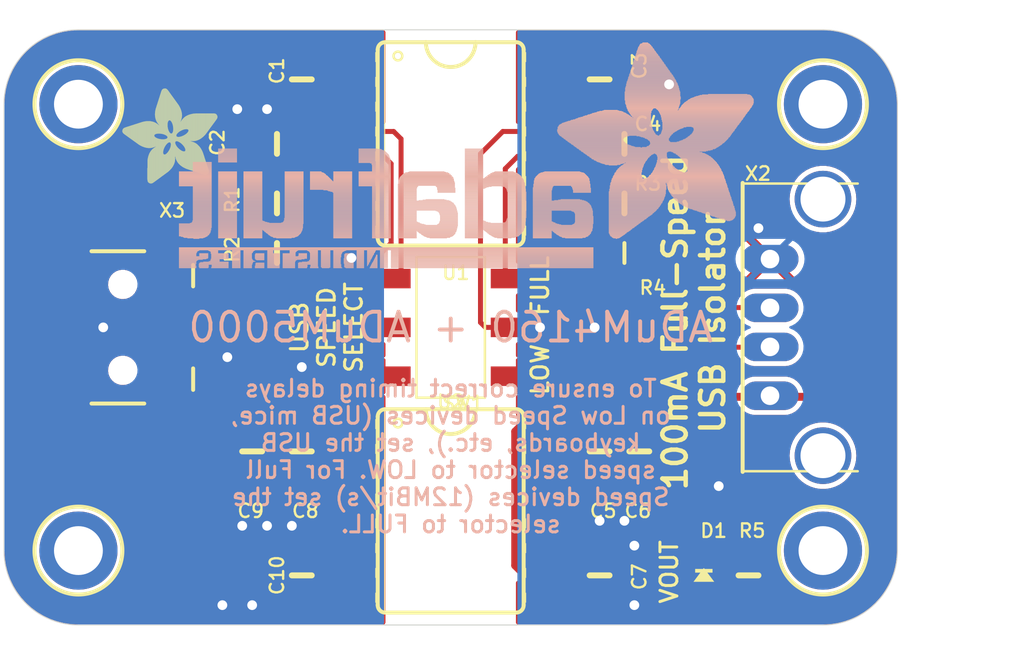
<source format=kicad_pcb>
(kicad_pcb (version 20221018) (generator pcbnew)
  (layers (0 "F.Cu" signal) (31 "B.Cu" signal) (34 "B.Paste" user) (35 "F.Paste" user) (36 "B.SilkS" user "B.Silkscreen") (37 "F.SilkS" user "F.Silkscreen") (38 "B.Mask" user) (39 "F.Mask" user) (44 "Edge.Cuts" user))
  (net 0 "")
  (net 1 "N$1")
  (net 2 "N$2")
  (net 3 "N$3")
  (net 4 "N$4")
  (net 5 "N$5")
  (net 6 "N$6")
  (net 7 "N$7")
  (net 8 "N$8")
  (net 9 "VDD1")
  (net 10 "GND")
  (net 11 "AGND")
  (net 12 "VDD2")
  (net 13 "VCC")
  (net 14 "AVCC")
  (net 15 "SPU")
  (net 16 "SPD")
  (net 17 "N$9")
  (footprint "working:SOIC16WIDE" (layer "F.Cu") (at 148.5011 114.4016 -90)
    (fp_text reference "U2" (at -5.588 0.762) (layer "F.SilkS") (effects (font (size 0.692831 0.692831) (thickness 0.119969)) (justify left)))
    (fp_text value "ADuM5000")
    (pad "1" smd rect (at -4.445 5.0292 270) (size 0.6604 2.032) (layers "F.Cu" "F.Paste" "F.Mask") (net 13 "VCC"))
    (pad "2" smd rect (at -3.175 5.0292 270) (size 0.6604 2.032) (layers "F.Cu" "F.Paste" "F.Mask") (net 10 "GND"))
    (pad "3" smd rect (at -1.905 5.0292 270) (size 0.6604 2.032) (layers "F.Cu" "F.Paste" "F.Mask"))
    (pad "4" smd rect (at -0.635 5.0292 270) (size 0.6604 2.032) (layers "F.Cu" "F.Paste" "F.Mask"))
    (pad "5" smd rect (at 0.635 5.0292 270) (size 0.6604 2.032) (layers "F.Cu" "F.Paste" "F.Mask"))
    (pad "6" smd rect (at 1.905 5.0292 270) (size 0.6604 2.032) (layers "F.Cu" "F.Paste" "F.Mask") (net 13 "VCC"))
    (pad "7" smd rect (at 3.175 5.0292 270) (size 0.6604 2.032) (layers "F.Cu" "F.Paste" "F.Mask") (net 13 "VCC"))
    (pad "8" smd rect (at 4.445 5.0292 270) (size 0.6604 2.032) (layers "F.Cu" "F.Paste" "F.Mask") (net 10 "GND"))
    (pad "9" smd rect (at 4.445 -5.0292 270) (size 0.6604 2.032) (layers "F.Cu" "F.Paste" "F.Mask") (net 11 "AGND"))
    (pad "10" smd rect (at 3.175 -5.0292 270) (size 0.6604 2.032) (layers "F.Cu" "F.Paste" "F.Mask") (net 14 "AVCC"))
    (pad "11" smd rect (at 1.905 -5.0292 270) (size 0.6604 2.032) (layers "F.Cu" "F.Paste" "F.Mask"))
    (pad "12" smd rect (at 0.635 -5.0292 270) (size 0.6604 2.032) (layers "F.Cu" "F.Paste" "F.Mask"))
    (pad "13" smd rect (at -0.635 -5.0292 270) (size 0.6604 2.032) (layers "F.Cu" "F.Paste" "F.Mask") (net 14 "AVCC"))
    (pad "14" smd rect (at -1.905 -5.0292 270) (size 0.6604 2.032) (layers "F.Cu" "F.Paste" "F.Mask"))
    (pad "15" smd rect (at -3.175 -5.0292 270) (size 0.6604 2.032) (layers "F.Cu" "F.Paste" "F.Mask") (net 11 "AGND"))
    (pad "16" smd rect (at -4.445 -5.0292 270) (size 0.6604 2.032) (layers "F.Cu" "F.Paste" "F.Mask") (net 14 "AVCC"))
  )
  (footprint "working:FIDUCIAL_1MM" (layer "F.Cu") (at 127.4191 96.8756)
    (fp_text reference "FID3" hide)
    (fp_text value "FIDUCIAL\"\"" hide)
    (pad "1" smd roundrect (at 0 0) (size 1 1) (layers "F.Cu" "F.Mask") (roundrect_rratio 0.5))
  )
  (footprint "working:0805-NO" (layer "F.Cu") (at 139.6111 98.6536)
    (fp_text reference "R1" (at -2.286 0.5715 90) (layer "F.SilkS") (effects (font (size 0.692831 0.692831) (thickness 0.119969)) (justify left)))
    (fp_text value "24")
    (pad "1" smd rect (at -0.95 0) (size 1.3 1.5) (layers "F.Cu" "F.Paste" "F.Mask") (net 4 "N$4"))
    (pad "2" smd rect (at 0.95 0) (size 1.3 1.5) (layers "F.Cu" "F.Paste" "F.Mask") (net 3 "N$3"))
  )
  (footprint "working:0805-NO" (layer "F.Cu") (at 157.3911 95.6056 180)
    (fp_text reference "C4" (at -0.4445 1.016) (layer "F.SilkS") (effects (font (size 0.692831 0.692831) (thickness 0.119969)) (justify left)))
    (fp_text value "0.1uF")
    (pad "1" smd rect (at -0.95 0 180) (size 1.3 1.5) (layers "F.Cu" "F.Paste" "F.Mask") (net 11 "AGND"))
    (pad "2" smd rect (at 0.95 0 180) (size 1.3 1.5) (layers "F.Cu" "F.Paste" "F.Mask") (net 12 "VDD2"))
  )
  (footprint "working:0805-NO" (layer "F.Cu") (at 156.1211 117.7036 90)
    (fp_text reference "C7" (at -0.8255 2.032 90) (layer "F.SilkS") (effects (font (size 0.692831 0.692831) (thickness 0.119969)) (justify left)))
    (fp_text value "0.1uF")
    (pad "1" smd rect (at -0.95 0 90) (size 1.3 1.5) (layers "F.Cu" "F.Paste" "F.Mask") (net 11 "AGND"))
    (pad "2" smd rect (at 0.95 0 90) (size 1.3 1.5) (layers "F.Cu" "F.Paste" "F.Mask") (net 14 "AVCC"))
  )
  (footprint "working:_0805MP" (layer "F.Cu") (at 157.3911 101.1936)
    (fp_text reference "R4" (at 0.6985 1.778) (layer "F.SilkS") (effects (font (size 0.692831 0.692831) (thickness 0.119969)) (justify left)))
    (fp_text value "24")
    (pad "1" smd rect (at -1.016 0) (size 1.2 1.3) (layers "F.Cu" "F.Paste" "F.Mask") (net 5 "N$5"))
    (pad "2" smd rect (at 1.016 0) (size 1.2 1.3) (layers "F.Cu" "F.Paste" "F.Mask") (net 6 "N$6"))
  )
  (footprint "working:FIDUCIAL_1MM" (layer "F.Cu") (at 163.2331 93.5736)
    (fp_text reference "FID2" hide)
    (fp_text value "FIDUCIAL\"\"" hide)
    (pad "1" smd roundrect (at 0 0) (size 1 1) (layers "F.Cu" "F.Mask") (roundrect_rratio 0.5))
  )
  (footprint "working:0805-NO" (layer "F.Cu") (at 139.6111 101.1936)
    (fp_text reference "R2" (at -2.286 0.5715 90) (layer "F.SilkS") (effects (font (size 0.692831 0.692831) (thickness 0.119969)) (justify left)))
    (fp_text value "24")
    (pad "1" smd rect (at -0.95 0) (size 1.3 1.5) (layers "F.Cu" "F.Paste" "F.Mask") (net 1 "N$1"))
    (pad "2" smd rect (at 0.95 0) (size 1.3 1.5) (layers "F.Cu" "F.Paste" "F.Mask") (net 2 "N$2"))
  )
  (footprint "working:USB-MINIB_LARGER" (layer "F.Cu") (at 130.7211 105.0036 -90)
    (fp_text reference "X3" (at -5.985 -2.786) (layer "F.SilkS") (effects (font (size 0.692831 0.692831) (thickness 0.119969)) (justify left)))
    (fp_text value "06564")
    (pad "" np_thru_hole circle (at -2.2 -1 270) (size 1 1) (drill 1) (layers "*.Cu" "*.Mask"))
    (pad "" np_thru_hole circle (at 2.2 -1 270) (size 1 1) (drill 1) (layers "*.Cu" "*.Mask"))
    (pad "D+" smd rect (at 0 -4.064 90) (size 0.5 2.308) (layers "F.Cu" "F.Paste" "F.Mask") (net 1 "N$1"))
    (pad "D-" smd rect (at -0.8 -4.064 90) (size 0.5 2.308) (layers "F.Cu" "F.Paste" "F.Mask") (net 4 "N$4"))
    (pad "GND" smd rect (at 1.6 -4.064 90) (size 0.5 2.308) (layers "F.Cu" "F.Paste" "F.Mask") (net 10 "GND"))
    (pad "GND1" smd rect (at -4.4 2 270) (size 2.54 3.81) (layers "F.Cu" "F.Paste" "F.Mask") (net 10 "GND"))
    (pad "GND2" smd rect (at -4.4 -3.5 270) (size 2 2.4) (layers "F.Cu" "F.Paste" "F.Mask") (net 10 "GND"))
    (pad "GND3" smd rect (at 4.4 -3.5 270) (size 2 2.4) (layers "F.Cu" "F.Paste" "F.Mask") (net 10 "GND"))
    (pad "GND4" smd rect (at 4.4 2 270) (size 2.54 3.81) (layers "F.Cu" "F.Paste" "F.Mask") (net 10 "GND"))
    (pad "ID" smd rect (at 0.8 -4.064 90) (size 0.5 2.308) (layers "F.Cu" "F.Paste" "F.Mask"))
    (pad "VBUS" smd rect (at -1.6 -4.064 90) (size 0.5 2.308) (layers "F.Cu" "F.Paste" "F.Mask") (net 13 "VCC"))
  )
  (footprint "working:0805-NO" (layer "F.Cu") (at 140.8811 111.3536 -90)
    (fp_text reference "C8" (at 3.048 0.5715) (layer "F.SilkS") (effects (font (size 0.692831 0.692831) (thickness 0.119969)) (justify left)))
    (fp_text value "0.1uF")
    (pad "1" smd rect (at -0.95 0 270) (size 1.3 1.5) (layers "F.Cu" "F.Paste" "F.Mask") (net 13 "VCC"))
    (pad "2" smd rect (at 0.95 0 270) (size 1.3 1.5) (layers "F.Cu" "F.Paste" "F.Mask") (net 10 "GND"))
  )
  (footprint "working:MOUNTINGHOLE_2.5_PLATED_THICK" (layer "F.Cu") (at 129.4511 93.5736)
    (fp_text reference "U$9" hide)
    (fp_text value "MOUNTINGHOLE2.5_THICK" hide)
    (pad "P$1" thru_hole circle (at 0 0) (size 4 4) (drill 2.5) (layers "*.Cu" "*.Mask"))
    (zone (net 0) (net_name "") (layer "F.Cu") (connect_pads (clearance 0)) (min_thickness 0.25)
      (keepout (tracks not_allowed) (vias not_allowed) (pads not_allowed) (copperpour not_allowed) (footprints allowed))
      (fill (thermal_gap 0.5) (thermal_bridge_width 0.5))
      (polygon (pts (xy 131.7171 93.5736) (xy 131.696882 93.271572) (xy 131.636587 92.974933) (xy 131.537293 92.688978) (xy 131.40077 92.418809) (xy 131.229455 92.169247) (xy 131.026406 91.944746) (xy 130.795245 91.749311) (xy 130.540098 91.586431) (xy 130.265518 91.459013) (xy 129.976404 91.369329) (xy 129.677917 91.31898) (xy 129.375382 91.308865) (xy 129.074198 91.339165) (xy 128.77974 91.409338) (xy 128.497262 91.518132) (xy 128.231805 91.663606) (xy 127.988107 91.843164) (xy 127.770516 92.053602) (xy 127.582915 92.291164) (xy 127.428652 92.551611) (xy 127.31048 92.830296) (xy 127.230507 93.122245) (xy 127.19016 93.422248) (xy 127.19016 93.724952) (xy 127.230507 94.024955) (xy 127.31048 94.316904) (xy 127.428652 94.595589) (xy 127.582915 94.856036) (xy 127.770516 95.093598) (xy 127.988107 95.304036) (xy 128.231805 95.483594) (xy 128.497262 95.629068) (xy 128.77974 95.737862) (xy 129.074198 95.808035) (xy 129.375382 95.838335) (xy 129.677917 95.82822) (xy 129.976404 95.777871) (xy 130.265518 95.688187) (xy 130.540098 95.560769) (xy 130.795245 95.397889) (xy 131.026406 95.202454) (xy 131.229455 94.977953) (xy 131.40077 94.728391) (xy 131.537293 94.458222) (xy 131.636587 94.172267) (xy 131.696882 93.875628)))
      (polygon (pts (xy 129.6851 93.5736) (xy 129.66487 93.478424) (xy 129.607677 93.399704) (xy 129.52341 93.351053) (xy 129.42664 93.340882) (xy 129.3341 93.37095) (xy 129.26179 93.436058) (xy 129.222213 93.524949) (xy 129.222213 93.622251) (xy 129.26179 93.711142) (xy 129.3341 93.77625) (xy 129.42664 93.806318) (xy 129.52341 93.796147) (xy 129.607677 93.747496) (xy 129.66487 93.668776)))
    )
    (zone (net 0) (net_name "") (layer "B.Cu") (connect_pads (clearance 0)) (min_thickness 0.25)
      (keepout (tracks not_allowed) (vias not_allowed) (pads not_allowed) (copperpour not_allowed) (footprints allowed))
      (fill (thermal_gap 0.5) (thermal_bridge_width 0.5))
      (polygon (pts (xy 131.7171 93.5736) (xy 131.696882 93.271572) (xy 131.636587 92.974933) (xy 131.537293 92.688978) (xy 131.40077 92.418809) (xy 131.229455 92.169247) (xy 131.026406 91.944746) (xy 130.795245 91.749311) (xy 130.540098 91.586431) (xy 130.265518 91.459013) (xy 129.976404 91.369329) (xy 129.677917 91.31898) (xy 129.375382 91.308865) (xy 129.074198 91.339165) (xy 128.77974 91.409338) (xy 128.497262 91.518132) (xy 128.231805 91.663606) (xy 127.988107 91.843164) (xy 127.770516 92.053602) (xy 127.582915 92.291164) (xy 127.428652 92.551611) (xy 127.31048 92.830296) (xy 127.230507 93.122245) (xy 127.19016 93.422248) (xy 127.19016 93.724952) (xy 127.230507 94.024955) (xy 127.31048 94.316904) (xy 127.428652 94.595589) (xy 127.582915 94.856036) (xy 127.770516 95.093598) (xy 127.988107 95.304036) (xy 128.231805 95.483594) (xy 128.497262 95.629068) (xy 128.77974 95.737862) (xy 129.074198 95.808035) (xy 129.375382 95.838335) (xy 129.677917 95.82822) (xy 129.976404 95.777871) (xy 130.265518 95.688187) (xy 130.540098 95.560769) (xy 130.795245 95.397889) (xy 131.026406 95.202454) (xy 131.229455 94.977953) (xy 131.40077 94.728391) (xy 131.537293 94.458222) (xy 131.636587 94.172267) (xy 131.696882 93.875628)))
      (polygon (pts (xy 129.6851 93.5736) (xy 129.66487 93.478424) (xy 129.607677 93.399704) (xy 129.52341 93.351053) (xy 129.42664 93.340882) (xy 129.3341 93.37095) (xy 129.26179 93.436058) (xy 129.222213 93.524949) (xy 129.222213 93.622251) (xy 129.26179 93.711142) (xy 129.3341 93.77625) (xy 129.42664 93.806318) (xy 129.52341 93.796147) (xy 129.607677 93.747496) (xy 129.66487 93.668776)))
    )
  )
  (footprint "working:0805-NO" (layer "F.Cu") (at 158.1531 111.3536 -90)
    (fp_text reference "C6" (at 3.048 0.8255) (layer "F.SilkS") (effects (font (size 0.692831 0.692831) (thickness 0.119969)) (justify left)))
    (fp_text value "10uF")
    (pad "1" smd rect (at -0.95 0 270) (size 1.3 1.5) (layers "F.Cu" "F.Paste" "F.Mask") (net 14 "AVCC"))
    (pad "2" smd rect (at 0.95 0 270) (size 1.3 1.5) (layers "F.Cu" "F.Paste" "F.Mask") (net 11 "AGND"))
  )
  (footprint "working:0805-NO" (layer "F.Cu") (at 163.7411 117.7036 -90)
    (fp_text reference "R5" (at -2.286 0.5715) (layer "F.SilkS") (effects (font (size 0.692831 0.692831) (thickness 0.119969)) (justify left)))
    (fp_text value "1K")
    (pad "1" smd rect (at -0.95 0 270) (size 1.3 1.5) (layers "F.Cu" "F.Paste" "F.Mask") (net 17 "N$9"))
    (pad "2" smd rect (at 0.95 0 270) (size 1.3 1.5) (layers "F.Cu" "F.Paste" "F.Mask") (net 11 "AGND"))
  )
  (footprint "working:CHIPLED_0805_NOOUTLINE" (layer "F.Cu") (at 161.4551 117.7036)
    (fp_text reference "D1" (at -0.254 -2.286) (layer "F.SilkS") (effects (font (size 0.692831 0.692831) (thickness 0.119969)) (justify left)))
    (fp_text value "GREEN")
    (pad "A" smd rect (at 0 1.05) (size 1.2 1.2) (layers "F.Cu" "F.Paste" "F.Mask") (net 14 "AVCC"))
    (pad "C" smd rect (at 0 -1.05) (size 1.2 1.2) (layers "F.Cu" "F.Paste" "F.Mask") (net 17 "N$9"))
  )
  (footprint "working:USB_HOST-PTH" (layer "F.Cu") (at 171.3611 105.0036 90)
    (fp_text reference "X2" (at 7.874 -7.874) (layer "F.SilkS") (effects (font (size 0.692831 0.692831) (thickness 0.119969)) (justify left)))
    (fp_text value "05241")
    (pad "D+" thru_hole oval (at 1 -6.52 180) (size 2.916 1.458) (drill 0.95) (layers "*.Cu" "*.Mask") (net 6 "N$6"))
    (pad "D-" thru_hole oval (at -1 -6.52 180) (size 2.916 1.458) (drill 0.95) (layers "*.Cu" "*.Mask") (net 7 "N$7"))
    (pad "GND" thru_hole oval (at 3.5 -6.52 180) (size 2.916 1.458) (drill 0.95) (layers "*.Cu" "*.Mask") (net 11 "AGND"))
    (pad "S1" thru_hole circle (at -6.57 -3.81 90) (size 2.9 2.9) (drill 2.3) (layers "*.Cu" "*.Mask"))
    (pad "S2" thru_hole circle (at 6.57 -3.81 270) (size 2.9 2.9) (drill 2.3) (layers "*.Cu" "*.Mask"))
    (pad "VBUS" thru_hole oval (at -3.5 -6.52 180) (size 2.916 1.458) (drill 0.95) (layers "*.Cu" "*.Mask") (net 14 "AVCC"))
  )
  (footprint "working:MOUNTINGHOLE_2.5_PLATED_THICK" (layer "F.Cu") (at 129.4511 116.4336)
    (fp_text reference "U$8" hide)
    (fp_text value "MOUNTINGHOLE2.5_THICK" hide)
    (pad "P$1" thru_hole circle (at 0 0) (size 4 4) (drill 2.5) (layers "*.Cu" "*.Mask"))
    (zone (net 0) (net_name "") (layer "F.Cu") (connect_pads (clearance 0)) (min_thickness 0.25)
      (keepout (tracks not_allowed) (vias not_allowed) (pads not_allowed) (copperpour not_allowed) (footprints allowed))
      (fill (thermal_gap 0.5) (thermal_bridge_width 0.5))
      (polygon (pts (xy 131.7171 116.4336) (xy 131.696882 116.131572) (xy 131.636587 115.834933) (xy 131.537293 115.548978) (xy 131.40077 115.278809) (xy 131.229455 115.029247) (xy 131.026406 114.804746) (xy 130.795245 114.609311) (xy 130.540098 114.446431) (xy 130.265518 114.319013) (xy 129.976404 114.229329) (xy 129.677917 114.17898) (xy 129.375382 114.168865) (xy 129.074198 114.199165) (xy 128.77974 114.269338) (xy 128.497262 114.378132) (xy 128.231805 114.523606) (xy 127.988107 114.703164) (xy 127.770516 114.913602) (xy 127.582915 115.151164) (xy 127.428652 115.411611) (xy 127.31048 115.690296) (xy 127.230507 115.982245) (xy 127.19016 116.282248) (xy 127.19016 116.584952) (xy 127.230507 116.884955) (xy 127.31048 117.176904) (xy 127.428652 117.455589) (xy 127.582915 117.716036) (xy 127.770516 117.953598) (xy 127.988107 118.164036) (xy 128.231805 118.343594) (xy 128.497262 118.489068) (xy 128.77974 118.597862) (xy 129.074198 118.668035) (xy 129.375382 118.698335) (xy 129.677917 118.68822) (xy 129.976404 118.637871) (xy 130.265518 118.548187) (xy 130.540098 118.420769) (xy 130.795245 118.257889) (xy 131.026406 118.062454) (xy 131.229455 117.837953) (xy 131.40077 117.588391) (xy 131.537293 117.318222) (xy 131.636587 117.032267) (xy 131.696882 116.735628)))
      (polygon (pts (xy 129.6851 116.4336) (xy 129.66487 116.338424) (xy 129.607677 116.259704) (xy 129.52341 116.211053) (xy 129.42664 116.200882) (xy 129.3341 116.23095) (xy 129.26179 116.296058) (xy 129.222213 116.384949) (xy 129.222213 116.482251) (xy 129.26179 116.571142) (xy 129.3341 116.63625) (xy 129.42664 116.666318) (xy 129.52341 116.656147) (xy 129.607677 116.607496) (xy 129.66487 116.528776)))
    )
    (zone (net 0) (net_name "") (layer "B.Cu") (connect_pads (clearance 0)) (min_thickness 0.25)
      (keepout (tracks not_allowed) (vias not_allowed) (pads not_allowed) (copperpour not_allowed) (footprints allowed))
      (fill (thermal_gap 0.5) (thermal_bridge_width 0.5))
      (polygon (pts (xy 131.7171 116.4336) (xy 131.696882 116.131572) (xy 131.636587 115.834933) (xy 131.537293 115.548978) (xy 131.40077 115.278809) (xy 131.229455 115.029247) (xy 131.026406 114.804746) (xy 130.795245 114.609311) (xy 130.540098 114.446431) (xy 130.265518 114.319013) (xy 129.976404 114.229329) (xy 129.677917 114.17898) (xy 129.375382 114.168865) (xy 129.074198 114.199165) (xy 128.77974 114.269338) (xy 128.497262 114.378132) (xy 128.231805 114.523606) (xy 127.988107 114.703164) (xy 127.770516 114.913602) (xy 127.582915 115.151164) (xy 127.428652 115.411611) (xy 127.31048 115.690296) (xy 127.230507 115.982245) (xy 127.19016 116.282248) (xy 127.19016 116.584952) (xy 127.230507 116.884955) (xy 127.31048 117.176904) (xy 127.428652 117.455589) (xy 127.582915 117.716036) (xy 127.770516 117.953598) (xy 127.988107 118.164036) (xy 128.231805 118.343594) (xy 128.497262 118.489068) (xy 128.77974 118.597862) (xy 129.074198 118.668035) (xy 129.375382 118.698335) (xy 129.677917 118.68822) (xy 129.976404 118.637871) (xy 130.265518 118.548187) (xy 130.540098 118.420769) (xy 130.795245 118.257889) (xy 131.026406 118.062454) (xy 131.229455 117.837953) (xy 131.40077 117.588391) (xy 131.537293 117.318222) (xy 131.636587 117.032267) (xy 131.696882 116.735628)))
      (polygon (pts (xy 129.6851 116.4336) (xy 129.66487 116.338424) (xy 129.607677 116.259704) (xy 129.52341 116.211053) (xy 129.42664 116.200882) (xy 129.3341 116.23095) (xy 129.26179 116.296058) (xy 129.222213 116.384949) (xy 129.222213 116.482251) (xy 129.26179 116.571142) (xy 129.3341 116.63625) (xy 129.42664 116.666318) (xy 129.52341 116.656147) (xy 129.607677 116.607496) (xy 129.66487 116.528776)))
    )
  )
  (footprint "working:0805-NO" (layer "F.Cu") (at 157.3911 98.6536)
    (fp_text reference "R3" (at 0.4445 -1.016) (layer "F.SilkS") (effects (font (size 0.692831 0.692831) (thickness 0.119969)) (justify left)))
    (fp_text value "24")
    (pad "1" smd rect (at -0.95 0) (size 1.3 1.5) (layers "F.Cu" "F.Paste" "F.Mask") (net 8 "N$8"))
    (pad "2" smd rect (at 0.95 0) (size 1.3 1.5) (layers "F.Cu" "F.Paste" "F.Mask") (net 7 "N$7"))
  )
  (footprint "working:0805-NO" (layer "F.Cu") (at 156.1211 111.3536 -90)
    (fp_text reference "C5" (at 3.048 0.5715) (layer "F.SilkS") (effects (font (size 0.692831 0.692831) (thickness 0.119969)) (justify left)))
    (fp_text value "0.1uF")
    (pad "1" smd rect (at -0.95 0 270) (size 1.3 1.5) (layers "F.Cu" "F.Paste" "F.Mask") (net 14 "AVCC"))
    (pad "2" smd rect (at 0.95 0 270) (size 1.3 1.5) (layers "F.Cu" "F.Paste" "F.Mask") (net 11 "AGND"))
  )
  (footprint "working:0805-NO" (layer "F.Cu") (at 156.1211 92.3036 90)
    (fp_text reference "C3" (at -0.0635 2.032 90) (layer "F.SilkS") (effects (font (size 0.692831 0.692831) (thickness 0.119969)) (justify left)))
    (fp_text value "0.1uF")
    (pad "1" smd rect (at -0.95 0 90) (size 1.3 1.5) (layers "F.Cu" "F.Paste" "F.Mask") (net 11 "AGND"))
    (pad "2" smd rect (at 0.95 0 90) (size 1.3 1.5) (layers "F.Cu" "F.Paste" "F.Mask") (net 14 "AVCC"))
  )
  (footprint "working:0805-NO" (layer "F.Cu") (at 139.6111 95.6056 180)
    (fp_text reference "C2" (at 3.048 0.8255 90) (layer "F.SilkS") (effects (font (size 0.692831 0.692831) (thickness 0.119969)) (justify right)))
    (fp_text value "0.1uF")
    (pad "1" smd rect (at -0.95 0 180) (size 1.3 1.5) (layers "F.Cu" "F.Paste" "F.Mask") (net 9 "VDD1"))
    (pad "2" smd rect (at 0.95 0 180) (size 1.3 1.5) (layers "F.Cu" "F.Paste" "F.Mask") (net 10 "GND"))
  )
  (footprint "working:ADAFRUIT_5MM" (layer "F.Cu") (at 136.5631 97.6376 90)
    (fp_text reference "U$14" hide)
    (fp_text value "" hide)
  )
  (footprint "working:0805-NO" (layer "F.Cu") (at 140.8811 92.3036 -90)
    (fp_text reference "C1" (at 0.3175 1.27 90) (layer "F.SilkS") (effects (font (size 0.692831 0.692831) (thickness 0.119969)) (justify left)))
    (fp_text value "0.1uF")
    (pad "1" smd rect (at -0.95 0 270) (size 1.3 1.5) (layers "F.Cu" "F.Paste" "F.Mask") (net 13 "VCC"))
    (pad "2" smd rect (at 0.95 0 270) (size 1.3 1.5) (layers "F.Cu" "F.Paste" "F.Mask") (net 10 "GND"))
  )
  (footprint "working:FIDUCIAL_1MM" (layer "F.Cu") (at 133.5151 115.4176)
    (fp_text reference "FID1" hide)
    (fp_text value "FIDUCIAL\"\"" hide)
    (pad "1" smd roundrect (at 0 0) (size 1 1) (layers "F.Cu" "F.Mask") (roundrect_rratio 0.5))
  )
  (footprint "working:SOIC16WIDE" (layer "F.Cu") (at 148.5011 95.6056 -90)
    (fp_text reference "U1" (at 6.604 0.508) (layer "F.SilkS") (effects (font (size 0.692831 0.692831) (thickness 0.119969)) (justify left)))
    (fp_text value "ADuM4160")
    (pad "1" smd rect (at -4.445 5.0292 270) (size 0.6604 2.032) (layers "F.Cu" "F.Paste" "F.Mask") (net 13 "VCC"))
    (pad "2" smd rect (at -3.175 5.0292 270) (size 0.6604 2.032) (layers "F.Cu" "F.Paste" "F.Mask") (net 10 "GND"))
    (pad "3" smd rect (at -1.905 5.0292 270) (size 0.6604 2.032) (layers "F.Cu" "F.Paste" "F.Mask") (net 9 "VDD1"))
    (pad "4" smd rect (at -0.635 5.0292 270) (size 0.6604 2.032) (layers "F.Cu" "F.Paste" "F.Mask") (net 9 "VDD1"))
    (pad "5" smd rect (at 0.635 5.0292 270) (size 0.6604 2.032) (layers "F.Cu" "F.Paste" "F.Mask") (net 15 "SPU"))
    (pad "6" smd rect (at 1.905 5.0292 270) (size 0.6604 2.032) (layers "F.Cu" "F.Paste" "F.Mask") (net 3 "N$3"))
    (pad "7" smd rect (at 3.175 5.0292 270) (size 0.6604 2.032) (layers "F.Cu" "F.Paste" "F.Mask") (net 2 "N$2"))
    (pad "8" smd rect (at 4.445 5.0292 270) (size 0.6604 2.032) (layers "F.Cu" "F.Paste" "F.Mask") (net 10 "GND"))
    (pad "9" smd rect (at 4.445 -5.0292 270) (size 0.6604 2.032) (layers "F.Cu" "F.Paste" "F.Mask") (net 11 "AGND"))
    (pad "10" smd rect (at 3.175 -5.0292 270) (size 0.6604 2.032) (layers "F.Cu" "F.Paste" "F.Mask") (net 5 "N$5"))
    (pad "11" smd rect (at 1.905 -5.0292 270) (size 0.6604 2.032) (layers "F.Cu" "F.Paste" "F.Mask") (net 8 "N$8"))
    (pad "12" smd rect (at 0.635 -5.0292 270) (size 0.6604 2.032) (layers "F.Cu" "F.Paste" "F.Mask") (net 12 "VDD2"))
    (pad "13" smd rect (at -0.635 -5.0292 270) (size 0.6604 2.032) (layers "F.Cu" "F.Paste" "F.Mask") (net 16 "SPD"))
    (pad "14" smd rect (at -1.905 -5.0292 270) (size 0.6604 2.032) (layers "F.Cu" "F.Paste" "F.Mask") (net 12 "VDD2"))
    (pad "15" smd rect (at -3.175 -5.0292 270) (size 0.6604 2.032) (layers "F.Cu" "F.Paste" "F.Mask") (net 11 "AGND"))
    (pad "16" smd rect (at -4.445 -5.0292 270) (size 0.6604 2.032) (layers "F.Cu" "F.Paste" "F.Mask") (net 14 "AVCC"))
  )
  (footprint "working:0805-NO" (layer "F.Cu") (at 138.3411 111.3536 -90)
    (fp_text reference "C9" (at 3.048 0.8255) (layer "F.SilkS") (effects (font (size 0.692831 0.692831) (thickness 0.119969)) (justify left)))
    (fp_text value "10uF")
    (pad "1" smd rect (at -0.95 0 270) (size 1.3 1.5) (layers "F.Cu" "F.Paste" "F.Mask") (net 13 "VCC"))
    (pad "2" smd rect (at 0.95 0 270) (size 1.3 1.5) (layers "F.Cu" "F.Paste" "F.Mask") (net 10 "GND"))
  )
  (footprint "working:EG1390" (layer "F.Cu") (at 148.5011 105.0036 90)
    (fp_text reference "SW1" (at -3.886 1.764) (layer "F.SilkS") (effects (font (size 0.692831 0.692831) (thickness 0.119969)) (justify right)))
    (fp_text value "")
    (pad "" np_thru_hole circle (at -1.5 0 90) (size 1 1) (drill 1) (layers "*.Cu" "*.Mask"))
    (pad "" np_thru_hole circle (at 1.5 0 90) (size 1 1) (drill 1) (layers "*.Cu" "*.Mask"))
    (pad "O1" smd rect (at -2.5 -2.8 90) (size 1 1.5) (layers "F.Cu" "F.Paste" "F.Mask") (net 10 "GND"))
    (pad "O2" smd rect (at -2.5 2.8 90) (size 1 1.5) (layers "F.Cu" "F.Paste" "F.Mask") (net 11 "AGND"))
    (pad "P1" smd rect (at 0 -2.8 90) (size 1 1.5) (layers "F.Cu" "F.Paste" "F.Mask") (net 15 "SPU"))
    (pad "P2" smd rect (at 0 2.8 90) (size 1 1.5) (layers "F.Cu" "F.Paste" "F.Mask") (net 16 "SPD"))
    (pad "S1" smd rect (at 2.5 -2.8 90) (size 1 1.5) (layers "F.Cu" "F.Paste" "F.Mask") (net 9 "VDD1"))
    (pad "S2" smd rect (at 2.5 2.8 90) (size 1 1.5) (layers "F.Cu" "F.Paste" "F.Mask") (net 12 "VDD2"))
  )
  (footprint "working:0805-NO" (layer "F.Cu") (at 140.8811 117.7036 90)
    (fp_text reference "C10" (at -1.0795 -1.27 90) (layer "F.SilkS") (effects (font (size 0.692831 0.692831) (thickness 0.119969)) (justify left)))
    (fp_text value "0.1uF")
    (pad "1" smd rect (at -0.95 0 90) (size 1.3 1.5) (layers "F.Cu" "F.Paste" "F.Mask") (net 10 "GND"))
    (pad "2" smd rect (at 0.95 0 90) (size 1.3 1.5) (layers "F.Cu" "F.Paste" "F.Mask") (net 13 "VCC"))
  )
  (footprint "working:MOUNTINGHOLE_2.5_PLATED_THICK" (layer "F.Cu") (at 167.5511 93.5736)
    (fp_text reference "U$7" hide)
    (fp_text value "MOUNTINGHOLE2.5_THICK" hide)
    (pad "P$1" thru_hole circle (at 0 0) (size 4 4) (drill 2.5) (layers "*.Cu" "*.Mask"))
    (zone (net 0) (net_name "") (layer "F.Cu") (connect_pads (clearance 0)) (min_thickness 0.25)
      (keepout (tracks not_allowed) (vias not_allowed) (pads not_allowed) (copperpour not_allowed) (footprints allowed))
      (fill (thermal_gap 0.5) (thermal_bridge_width 0.5))
      (polygon (pts (xy 169.8171 93.5736) (xy 169.796882 93.271572) (xy 169.736587 92.974933) (xy 169.637293 92.688978) (xy 169.50077 92.418809) (xy 169.329455 92.169247) (xy 169.126406 91.944746) (xy 168.895245 91.749311) (xy 168.640098 91.586431) (xy 168.365518 91.459013) (xy 168.076404 91.369329) (xy 167.777917 91.31898) (xy 167.475382 91.308865) (xy 167.174198 91.339165) (xy 166.87974 91.409338) (xy 166.597262 91.518132) (xy 166.331805 91.663606) (xy 166.088107 91.843164) (xy 165.870516 92.053602) (xy 165.682915 92.291164) (xy 165.528652 92.551611) (xy 165.41048 92.830296) (xy 165.330507 93.122245) (xy 165.29016 93.422248) (xy 165.29016 93.724952) (xy 165.330507 94.024955) (xy 165.41048 94.316904) (xy 165.528652 94.595589) (xy 165.682915 94.856036) (xy 165.870516 95.093598) (xy 166.088107 95.304036) (xy 166.331805 95.483594) (xy 166.597262 95.629068) (xy 166.87974 95.737862) (xy 167.174198 95.808035) (xy 167.475382 95.838335) (xy 167.777917 95.82822) (xy 168.076404 95.777871) (xy 168.365518 95.688187) (xy 168.640098 95.560769) (xy 168.895245 95.397889) (xy 169.126406 95.202454) (xy 169.329455 94.977953) (xy 169.50077 94.728391) (xy 169.637293 94.458222) (xy 169.736587 94.172267) (xy 169.796882 93.875628)))
      (polygon (pts (xy 167.7851 93.5736) (xy 167.76487 93.478424) (xy 167.707677 93.399704) (xy 167.62341 93.351053) (xy 167.52664 93.340882) (xy 167.4341 93.37095) (xy 167.36179 93.436058) (xy 167.322213 93.524949) (xy 167.322213 93.622251) (xy 167.36179 93.711142) (xy 167.4341 93.77625) (xy 167.52664 93.806318) (xy 167.62341 93.796147) (xy 167.707677 93.747496) (xy 167.76487 93.668776)))
    )
    (zone (net 0) (net_name "") (layer "B.Cu") (connect_pads (clearance 0)) (min_thickness 0.25)
      (keepout (tracks not_allowed) (vias not_allowed) (pads not_allowed) (copperpour not_allowed) (footprints allowed))
      (fill (thermal_gap 0.5) (thermal_bridge_width 0.5))
      (polygon (pts (xy 169.8171 93.5736) (xy 169.796882 93.271572) (xy 169.736587 92.974933) (xy 169.637293 92.688978) (xy 169.50077 92.418809) (xy 169.329455 92.169247) (xy 169.126406 91.944746) (xy 168.895245 91.749311) (xy 168.640098 91.586431) (xy 168.365518 91.459013) (xy 168.076404 91.369329) (xy 167.777917 91.31898) (xy 167.475382 91.308865) (xy 167.174198 91.339165) (xy 166.87974 91.409338) (xy 166.597262 91.518132) (xy 166.331805 91.663606) (xy 166.088107 91.843164) (xy 165.870516 92.053602) (xy 165.682915 92.291164) (xy 165.528652 92.551611) (xy 165.41048 92.830296) (xy 165.330507 93.122245) (xy 165.29016 93.422248) (xy 165.29016 93.724952) (xy 165.330507 94.024955) (xy 165.41048 94.316904) (xy 165.528652 94.595589) (xy 165.682915 94.856036) (xy 165.870516 95.093598) (xy 166.088107 95.304036) (xy 166.331805 95.483594) (xy 166.597262 95.629068) (xy 166.87974 95.737862) (xy 167.174198 95.808035) (xy 167.475382 95.838335) (xy 167.777917 95.82822) (xy 168.076404 95.777871) (xy 168.365518 95.688187) (xy 168.640098 95.560769) (xy 168.895245 95.397889) (xy 169.126406 95.202454) (xy 169.329455 94.977953) (xy 169.50077 94.728391) (xy 169.637293 94.458222) (xy 169.736587 94.172267) (xy 169.796882 93.875628)))
      (polygon (pts (xy 167.7851 93.5736) (xy 167.76487 93.478424) (xy 167.707677 93.399704) (xy 167.62341 93.351053) (xy 167.52664 93.340882) (xy 167.4341 93.37095) (xy 167.36179 93.436058) (xy 167.322213 93.524949) (xy 167.322213 93.622251) (xy 167.36179 93.711142) (xy 167.4341 93.77625) (xy 167.52664 93.806318) (xy 167.62341 93.796147) (xy 167.707677 93.747496) (xy 167.76487 93.668776)))
    )
  )
  (footprint "working:MOUNTINGHOLE_2.5_PLATED_THICK" (layer "F.Cu") (at 167.5511 116.4336)
    (fp_text reference "U$10" hide)
    (fp_text value "MOUNTINGHOLE2.5_THICK" hide)
    (pad "P$1" thru_hole circle (at 0 0) (size 4 4) (drill 2.5) (layers "*.Cu" "*.Mask"))
    (zone (net 0) (net_name "") (layer "F.Cu") (connect_pads (clearance 0)) (min_thickness 0.25)
      (keepout (tracks not_allowed) (vias not_allowed) (pads not_allowed) (copperpour not_allowed) (footprints allowed))
      (fill (thermal_gap 0.5) (thermal_bridge_width 0.5))
      (polygon (pts (xy 169.8171 116.4336) (xy 169.796882 116.131572) (xy 169.736587 115.834933) (xy 169.637293 115.548978) (xy 169.50077 115.278809) (xy 169.329455 115.029247) (xy 169.126406 114.804746) (xy 168.895245 114.609311) (xy 168.640098 114.446431) (xy 168.365518 114.319013) (xy 168.076404 114.229329) (xy 167.777917 114.17898) (xy 167.475382 114.168865) (xy 167.174198 114.199165) (xy 166.87974 114.269338) (xy 166.597262 114.378132) (xy 166.331805 114.523606) (xy 166.088107 114.703164) (xy 165.870516 114.913602) (xy 165.682915 115.151164) (xy 165.528652 115.411611) (xy 165.41048 115.690296) (xy 165.330507 115.982245) (xy 165.29016 116.282248) (xy 165.29016 116.584952) (xy 165.330507 116.884955) (xy 165.41048 117.176904) (xy 165.528652 117.455589) (xy 165.682915 117.716036) (xy 165.870516 117.953598) (xy 166.088107 118.164036) (xy 166.331805 118.343594) (xy 166.597262 118.489068) (xy 166.87974 118.597862) (xy 167.174198 118.668035) (xy 167.475382 118.698335) (xy 167.777917 118.68822) (xy 168.076404 118.637871) (xy 168.365518 118.548187) (xy 168.640098 118.420769) (xy 168.895245 118.257889) (xy 169.126406 118.062454) (xy 169.329455 117.837953) (xy 169.50077 117.588391) (xy 169.637293 117.318222) (xy 169.736587 117.032267) (xy 169.796882 116.735628)))
      (polygon (pts (xy 167.7851 116.4336) (xy 167.76487 116.338424) (xy 167.707677 116.259704) (xy 167.62341 116.211053) (xy 167.52664 116.200882) (xy 167.4341 116.23095) (xy 167.36179 116.296058) (xy 167.322213 116.384949) (xy 167.322213 116.482251) (xy 167.36179 116.571142) (xy 167.4341 116.63625) (xy 167.52664 116.666318) (xy 167.62341 116.656147) (xy 167.707677 116.607496) (xy 167.76487 116.528776)))
    )
    (zone (net 0) (net_name "") (layer "B.Cu") (connect_pads (clearance 0)) (min_thickness 0.25)
      (keepout (tracks not_allowed) (vias not_allowed) (pads not_allowed) (copperpour not_allowed) (footprints allowed))
      (fill (thermal_gap 0.5) (thermal_bridge_width 0.5))
      (polygon (pts (xy 169.8171 116.4336) (xy 169.796882 116.131572) (xy 169.736587 115.834933) (xy 169.637293 115.548978) (xy 169.50077 115.278809) (xy 169.329455 115.029247) (xy 169.126406 114.804746) (xy 168.895245 114.609311) (xy 168.640098 114.446431) (xy 168.365518 114.319013) (xy 168.076404 114.229329) (xy 167.777917 114.17898) (xy 167.475382 114.168865) (xy 167.174198 114.199165) (xy 166.87974 114.269338) (xy 166.597262 114.378132) (xy 166.331805 114.523606) (xy 166.088107 114.703164) (xy 165.870516 114.913602) (xy 165.682915 115.151164) (xy 165.528652 115.411611) (xy 165.41048 115.690296) (xy 165.330507 115.982245) (xy 165.29016 116.282248) (xy 165.29016 116.584952) (xy 165.330507 116.884955) (xy 165.41048 117.176904) (xy 165.528652 117.455589) (xy 165.682915 117.716036) (xy 165.870516 117.953598) (xy 166.088107 118.164036) (xy 166.331805 118.343594) (xy 166.597262 118.489068) (xy 166.87974 118.597862) (xy 167.174198 118.668035) (xy 167.475382 118.698335) (xy 167.777917 118.68822) (xy 168.076404 118.637871) (xy 168.365518 118.548187) (xy 168.640098 118.420769) (xy 168.895245 118.257889) (xy 169.126406 118.062454) (xy 169.329455 117.837953) (xy 169.50077 117.588391) (xy 169.637293 117.318222) (xy 169.736587 117.032267) (xy 169.796882 116.735628)))
      (polygon (pts (xy 167.7851 116.4336) (xy 167.76487 116.338424) (xy 167.707677 116.259704) (xy 167.62341 116.211053) (xy 167.52664 116.200882) (xy 167.4341 116.23095) (xy 167.36179 116.296058) (xy 167.322213 116.384949) (xy 167.322213 116.482251) (xy 167.36179 116.571142) (xy 167.4341 116.63625) (xy 167.52664 116.666318) (xy 167.62341 116.656147) (xy 167.707677 116.607496) (xy 167.76487 116.528776)))
    )
  )
  (footprint "working:ADAFRUIT_TEXT_30MM" (layer "B.Cu") (at 164.2491 101.9556 180)
    (fp_text reference "U$16" hide)
    (fp_text value "" hide)
  )
  (gr_line (start 125.6411 93.5736) (end 125.6411 116.4336) (stroke (width 0.05)) (layer "Edge.Cuts"))
  (gr_arc (start 167.5511 89.7636) (mid 170.245177 90.879523) (end 171.3611 93.5736) (stroke (width 0.05)) (layer "Edge.Cuts"))
  (gr_arc (start 125.6411 93.5736) (mid 126.757023 90.879523) (end 129.4511 89.7636) (stroke (width 0.05)) (layer "Edge.Cuts"))
  (gr_line (start 167.5511 89.7636) (end 129.4511 89.7636) (stroke (width 0.05)) (layer "Edge.Cuts"))
  (gr_arc (start 129.4511 120.2436) (mid 126.757023 119.127677) (end 125.6411 116.4336) (stroke (width 0.05)) (layer "Edge.Cuts"))
  (gr_line (start 129.4511 120.2436) (end 167.5511 120.2436) (stroke (width 0.05)) (layer "Edge.Cuts"))
  (gr_line (start 171.3611 116.4336) (end 171.3611 93.5736) (stroke (width 0.05)) (layer "Edge.Cuts"))
  (gr_arc (start 171.3611 116.4336) (mid 170.245177 119.127677) (end 167.5511 120.2436) (stroke (width 0.05)) (layer "Edge.Cuts"))
  (gr_text "To ensure correct timing delays\non Low Speed devices (USB mice,\nkeyboards, etc.), set the USB\nspeed selector to LOW. For Full\nSpeed devices (12MBit/s) set the\nselector to FULL." (at 148.5011 111.6076) (layer "B.SilkS") (effects (font (size 0.8636 0.8636) (thickness 0.1524)) (justify mirror)))
  (gr_text "ADuM4160 + ADuM5000" (at 148.5011 105.0036) (layer "B.SilkS") (effects (font (size 1.475232 1.475232) (thickness 0.201168)) (justify mirror)))
  (gr_text "FULL" (at 153.5811 104.4956 90) (layer "F.SilkS") (effects (font (size 0.8636 0.8636) (thickness 0.1524)) (justify left bottom)))
  (gr_text "LOW" (at 153.5811 108.5596 90) (layer "F.SilkS") (effects (font (size 0.8636 0.8636) (thickness 0.1524)) (justify left bottom)))
  (gr_text "USB\nSPEED\nSELECT" (at 142.1511 105.0036 90) (layer "F.SilkS") (effects (font (size 0.8636 0.8636) (thickness 0.1524))))
  (gr_text "VOUT" (at 160.1851 119.2276 90) (layer "F.SilkS") (effects (font (size 0.8636 0.8636) (thickness 0.1524)) (justify left bottom)))
  (gr_text "100mA Full-Speed\nUSB Isolator" (at 160.9471 104.7496 90) (layer "F.SilkS") (effects (font (size 1.194816 1.194816) (thickness 0.227584))))
  (segment (start 137.0711 101.4476) (end 137.3251 101.1936) (width 0.254) (layer "F.Cu") (net 1))
  (segment (start 137.0711 104.7496) (end 137.0711 101.4476) (width 0.254) (layer "F.Cu") (net 1))
  (segment (start 134.7851 105.0036) (end 136.8171 105.0036) (width 0.254) (layer "F.Cu") (net 1))
  (segment (start 136.8171 105.0036) (end 137.0711 104.7496) (width 0.254) (layer "F.Cu") (net 1))
  (segment (start 137.3251 101.1936) (end 138.6611 101.1936) (width 0.254) (layer "F.Cu") (net 1))
  (segment (start 142.0241 98.7806) (end 141.6431 99.1616) (width 0.4064) (layer "F.Cu") (net 2))
  (segment (start 141.6431 99.1616) (end 141.6431 100.1776) (width 0.4064) (layer "F.Cu") (net 2))
  (segment (start 143.4719 98.7806) (end 142.0241 98.7806) (width 0.4064) (layer "F.Cu") (net 2))
  (segment (start 141.6431 100.1776) (end 140.5611 101.1936) (width 0.4064) (layer "F.Cu") (net 2))
  (segment (start 143.4719 97.5106) (end 141.7701 97.5106) (width 0.4064) (layer "F.Cu") (net 3))
  (segment (start 141.7701 97.5106) (end 140.5611 98.6536) (width 0.4064) (layer "F.Cu") (net 3))
  (segment (start 137.0711 98.6536) (end 138.6611 98.6536) (width 0.254) (layer "F.Cu") (net 4))
  (segment (start 136.3471 104.2036) (end 136.5631 103.9876) (width 0.254) (layer "F.Cu") (net 4))
  (segment (start 134.7851 104.2036) (end 136.3471 104.2036) (width 0.254) (layer "F.Cu") (net 4))
  (segment (start 136.5631 99.1616) (end 137.0711 98.6536) (width 0.254) (layer "F.Cu") (net 4))
  (segment (start 136.5631 103.9876) (end 136.5631 99.1616) (width 0.254) (layer "F.Cu") (net 4))
  (segment (start 153.5303 98.7806) (end 154.7241 98.7806) (width 0.4064) (layer "F.Cu") (net 5))
  (segment (start 155.1051 99.9236) (end 156.3751 101.1936) (width 0.4064) (layer "F.Cu") (net 5))
  (segment (start 155.1051 99.1616) (end 155.1051 99.9236) (width 0.4064) (layer "F.Cu") (net 5))
  (segment (start 154.7241 98.7806) (end 155.1051 99.1616) (width 0.4064) (layer "F.Cu") (net 5))
  (segment (start 158.4071 103.7336) (end 158.6611 103.9876) (width 0.254) (layer "F.Cu") (net 6))
  (segment (start 164.8251 103.9876) (end 164.8411 104.0036) (width 0.254) (layer "F.Cu") (net 6))
  (segment (start 158.4071 101.1936) (end 158.4071 103.7336) (width 0.254) (layer "F.Cu") (net 6))
  (segment (start 158.6611 103.9876) (end 164.8251 103.9876) (width 0.254) (layer "F.Cu") (net 6))
  (segment (start 157.3911 99.6696) (end 157.3911 105.5116) (width 0.254) (layer "F.Cu") (net 7))
  (segment (start 164.8251 106.0196) (end 164.8411 106.0036) (width 0.254) (layer "F.Cu") (net 7))
  (segment (start 157.8991 106.0196) (end 164.8251 106.0196) (width 0.254) (layer "F.Cu") (net 7))
  (segment (start 157.3911 105.5116) (end 157.8991 106.0196) (width 0.254) (layer "F.Cu") (net 7))
  (segment (start 157.6451 99.4156) (end 157.3911 99.6696) (width 0.254) (layer "F.Cu") (net 7))
  (segment (start 158.3411 98.6536) (end 157.6451 99.4156) (width 0.254) (layer "F.Cu") (net 7))
  (segment (start 155.2321 97.5106) (end 156.4411 98.6536) (width 0.4064) (layer "F.Cu") (net 8))
  (segment (start 153.5303 97.5106) (end 155.2321 97.5106) (width 0.4064) (layer "F.Cu") (net 8))
  (segment (start 141.8971 94.8436) (end 141.8971 95.3516) (width 0.4064) (layer "F.Cu") (net 9))
  (segment (start 143.4719 93.7006) (end 142.5321 93.7006) (width 0.4064) (layer "F.Cu") (net 9))
  (segment (start 145.9611 102.2436) (end 145.7011 102.5036) (width 0.254) (layer "F.Cu") (net 9))
  (segment (start 143.4719 94.9706) (end 142.0241 94.9706) (width 0.4064) (layer "F.Cu") (net 9))
  (segment (start 142.0241 94.9706) (end 141.8971 94.8436) (width 0.4064) (layer "F.Cu") (net 9))
  (segment (start 141.8971 95.3516) (end 141.6431 95.6056) (width 0.4064) (layer "F.Cu") (net 9))
  (segment (start 145.9611 95.3516) (end 145.9611 102.2436) (width 0.254) (layer "F.Cu") (net 9))
  (segment (start 143.4719 94.9706) (end 145.5801 94.9706) (width 0.254) (layer "F.Cu") (net 9))
  (segment (start 145.5801 94.9706) (end 145.9611 95.3516) (width 0.254) (layer "F.Cu") (net 9))
  (segment (start 141.6431 95.6056) (end 140.5611 95.6056) (width 0.4064) (layer "F.Cu") (net 9))
  (segment (start 141.8971 94.3356) (end 141.8971 94.8436) (width 0.4064) (layer "F.Cu") (net 9))
  (segment (start 142.5321 93.7006) (end 141.8971 94.3356) (width 0.4064) (layer "F.Cu") (net 9))
  (segment (start 143.4719 100.0506) (end 142.7861 100.0506) (width 0.4064) (layer "F.Cu") (net 10))
  (via (at 139.1031 93.8276) (size 0.9064) (drill 0.5) (layers "F.Cu" "B.Cu") (net 10))
  (via (at 136.8171 119.2276) (size 0.9064) (drill 0.5) (layers "F.Cu" "B.Cu") (net 10))
  (via (at 140.8811 107.0356) (size 0.9064) (drill 0.5) (layers "F.Cu" "B.Cu") (net 10))
  (via (at 139.1031 115.1636) (size 0.9064) (drill 0.5) (layers "F.Cu" "B.Cu") (net 10))
  (via (at 137.8331 115.1636) (size 0.9064) (drill 0.5) (layers "F.Cu" "B.Cu") (net 10))
  (via (at 143.4211 101.4476) (size 0.9064) (drill 0.5) (layers "F.Cu" "B.Cu") (net 10))
  (via (at 140.3731 115.1636) (size 0.9064) (drill 0.5) (layers "F.Cu" "B.Cu") (net 10))
  (via (at 138.3411 119.2276) (size 0.9064) (drill 0.5) (layers "F.Cu" "B.Cu") (net 10))
  (via (at 137.5791 93.8276) (size 0.9064) (drill 0.5) (layers "F.Cu" "B.Cu") (net 10))
  (via (at 137.0711 106.5276) (size 0.9064) (drill 0.5) (layers "F.Cu" "B.Cu") (net 10))
  (via (at 130.7211 105.0036) (size 0.9064) (drill 0.5) (layers "F.Cu" "B.Cu") (net 10))
  (segment (start 155.8011 112.3036) (end 156.1211 112.3036) (width 0.4064) (layer "F.Cu") (net 11))
  (segment (start 154.7241 111.2266) (end 155.8011 112.3036) (width 0.4064) (layer "F.Cu") (net 11))
  (segment (start 153.5303 111.2266) (end 154.7241 111.2266) (width 0.4064) (layer "F.Cu") (net 11))
  (via (at 157.3911 114.9096) (size 0.9064) (drill 0.5) (layers "F.Cu" "B.Cu") (net 11))
  (via (at 157.8991 119.2276) (size 0.9064) (drill 0.5) (layers "F.Cu" "B.Cu") (net 11))
  (via (at 155.8671 105.0036) (size 0.9064) (drill 0.5) (layers "F.Cu" "B.Cu") (net 11))
  (via (at 164.2491 99.9236) (size 0.9064) (drill 0.5) (layers "F.Cu" "B.Cu") (net 11))
  (via (at 156.1211 114.9096) (size 0.9064) (drill 0.5) (layers "F.Cu" "B.Cu") (net 11))
  (via (at 162.2171 113.1316) (size 0.9064) (drill 0.5) (layers "F.Cu" "B.Cu") (net 11))
  (via (at 153.0731 105.0036) (size 0.9064) (drill 0.5) (layers "F.Cu" "B.Cu") (net 11))
  (via (at 157.8991 116.1796) (size 0.9064) (drill 0.5) (layers "F.Cu" "B.Cu") (net 11))
  (via (at 159.6771 92.5576) (size 0.9064) (drill 0.5) (layers "F.Cu" "B.Cu") (net 11))
  (segment (start 155.2321 95.4786) (end 155.3591 95.6056) (width 0.4064) (layer "F.Cu") (net 12))
  (segment (start 153.5303 96.2406) (end 154.4701 96.2406) (width 0.4064) (layer "F.Cu") (net 12))
  (segment (start 151.2951 102.4976) (end 151.3011 102.5036) (width 0.254) (layer "F.Cu") (net 12))
  (segment (start 155.1051 94.3356) (end 155.1051 95.3516) (width 0.4064) (layer "F.Cu") (net 12))
  (segment (start 153.5303 93.7006) (end 154.4701 93.7006) (width 0.4064) (layer "F.Cu") (net 12))
  (segment (start 154.4701 93.7006) (end 155.1051 94.3356) (width 0.4064) (layer "F.Cu") (net 12))
  (segment (start 151.2951 96.8756) (end 151.2951 102.4976) (width 0.254) (layer "F.Cu") (net 12))
  (segment (start 155.3591 95.6056) (end 156.4411 95.6056) (width 0.4064) (layer "F.Cu") (net 12))
  (segment (start 155.9941 95.4786) (end 156.4411 95.6056) (width 0.254) (layer "F.Cu") (net 12))
  (segment (start 151.9301 96.2406) (end 151.2951 96.8756) (width 0.254) (layer "F.Cu") (net 12))
  (segment (start 154.4701 96.2406) (end 155.2321 95.4786) (width 0.4064) (layer "F.Cu") (net 12))
  (segment (start 155.1051 95.3516) (end 155.2321 95.4786) (width 0.4064) (layer "F.Cu") (net 12))
  (segment (start 153.5303 96.2406) (end 151.9301 96.2406) (width 0.254) (layer "F.Cu") (net 12))
  (segment (start 133.0071 106.5276) (end 132.8801 106.4006) (width 0.4064) (layer "F.Cu") (net 13))
  (segment (start 132.7531 113.1316) (end 136.5631 113.1316) (width 0.4064) (layer "F.Cu") (net 13))
  (segment (start 134.5311 91.2876) (end 133.0071 92.8116) (width 0.4064) (layer "F.Cu") (net 13))
  (segment (start 133.0831 102.2856) (end 133.0831 103.4036) (width 0.4064) (layer "F.Cu") (net 13))
  (segment (start 140.8811 116.7536) (end 137.0711 116.6876) (width 0.4064) (layer "F.Cu") (net 13))
  (segment (start 133.0831 103.4036) (end 132.8801 103.6066) (width 0.4064) (layer "F.Cu") (net 13))
  (segment (start 141.2621 116.3066) (end 140.8811 116.7536) (width 0.4064) (layer "F.Cu") (net 13))
  (segment (start 143.4719 109.9566) (end 141.2621 109.9566) (width 0.4064) (layer "F.Cu") (net 13))
  (segment (start 132.2451 112.6236) (end 132.2451 108.5596) (width 0.4064) (layer "F.Cu") (net 13))
  (segment (start 137.0711 110.3376) (end 138.3411 110.4036) (width 0.4064) (layer "F.Cu") (net 13))
  (segment (start 132.7531 113.1316) (end 132.2451 112.6236) (width 0.4064) (layer "F.Cu") (net 13))
  (segment (start 133.0071 107.7976) (end 133.0071 106.5276) (width 0.4064) (layer "F.Cu") (net 13))
  (segment (start 132.4991 97.8916) (end 132.4991 101.7016) (width 0.4064) (layer "F.Cu") (net 13))
  (segment (start 136.5631 110.8456) (end 137.0711 110.3376) (width 0.4064) (layer "F.Cu") (net 13))
  (segment (start 136.5631 116.1796) (end 136.5631 113.1316) (width 0.4064) (layer "F.Cu") (net 13))
  (segment (start 143.4719 116.3066) (end 141.2621 116.3066) (width 0.4064) (layer "F.Cu") (net 13))
  (segment (start 141.0081 91.1606) (end 140.8811 91.3536) (width 0.4064) (layer "F.Cu") (net 13))
  (segment (start 143.4719 117.5766) (end 141.7701 117.5766) (width 0.4064) (layer "F.Cu") (net 13))
  (segment (start 133.0071 92.8116) (end 133.0071 97.3836) (width 0.4064) (layer "F.Cu") (net 13))
  (segment (start 137.0711 116.6876) (end 136.5631 116.1796) (width 0.4064) (layer "F.Cu") (net 13))
  (segment (start 133.0071 97.3836) (end 132.4991 97.8916) (width 0.4064) (layer "F.Cu") (net 13))
  (segment (start 132.2451 108.5596) (end 133.0071 107.7976) (width 0.4064) (layer "F.Cu") (net 13))
  (segment (start 136.5631 113.1316) (end 136.5631 110.8456) (width 0.4064) (layer "F.Cu") (net 13))
  (segment (start 141.7701 117.5766) (end 140.8811 116.7536) (width 0.4064) (layer "F.Cu") (net 13))
  (segment (start 134.7851 103.4036) (end 133.0831 103.4036) (width 0.4064) (layer "F.Cu") (net 13))
  (segment (start 138.3411 110.4036) (end 140.8811 110.4036) (width 0.4064) (layer "F.Cu") (net 13))
  (segment (start 132.8801 106.4006) (end 132.8801 103.6066) (width 0.4064) (layer "F.Cu") (net 13))
  (segment (start 141.2621 109.9566) (end 140.8811 110.4036) (width 0.4064) (layer "F.Cu") (net 13))
  (segment (start 143.4719 91.1606) (end 141.0081 91.1606) (width 0.4064) (layer "F.Cu") (net 13))
  (segment (start 140.8811 91.3536) (end 134.5311 91.2876) (width 0.4064) (layer "F.Cu") (net 13))
  (segment (start 132.4991 101.7016) (end 133.0831 102.2856) (width 0.4064) (layer "F.Cu") (net 13))
  (segment (start 156.1211 110.4036) (end 158.1531 110.4036) (width 0.4064) (layer "F.Cu") (net 14))
  (segment (start 157.3911 117.9576) (end 160.6591 117.9576) (width 0.3048) (layer "F.Cu") (net 14))
  (segment (start 151.8031 113.6396) (end 151.8031 110.3376) (width 0.4064) (layer "F.Cu") (net 14))
  (segment (start 156.1211 91.3536) (end 160.4391 91.2876) (width 0.4064) (layer "F.Cu") (net 14))
  (segment (start 151.9301 113.7666) (end 151.8031 113.6396) (width 0.4064) (layer "F.Cu") (net 14))
  (segment (start 160.4391 91.2876) (end 160.9471 91.7956) (width 0.4064) (layer "F.Cu") (net 14))
  (segment (start 167.0431 108.3056) (end 166.7891 108.5596) (width 0.4064) (layer "F.Cu") (net 14))
  (segment (start 153.5303 117.5766) (end 155.2321 117.5766) (width 0.4064) (layer "F.Cu") (net 14))
  (segment (start 153.5303 91.1606) (end 155.9941 91.1606) (width 0.4064) (layer "F.Cu") (net 14))
  (segment (start 160.6591 117.9576) (end 161.4551 118.7536) (width 0.3048) (layer "F.Cu") (net 14))
  (segment (start 160.9471 94.8436) (end 167.0431 100.9396) (width 0.4064) (layer "F.Cu") (net 14))
  (segment (start 160.9471 91.7956) (end 160.9471 94.8436) (width 0.4064) (layer "F.Cu") (net 14))
  (segment (start 155.2321 117.5766) (end 156.1211 116.7536) (width 0.4064) (layer "F.Cu") (net 14))
  (segment (start 153.5303 109.9566) (end 152.1841 109.9566) (width 0.4064) (layer "F.Cu") (net 14))
  (segment (start 153.5303 109.9566) (end 155.7401 109.9566) (width 0.4064) (layer "F.Cu") (net 14))
  (segment (start 156.1211 116.7536) (end 157.3911 117.9576) (width 0.3048) (layer "F.Cu") (net 14))
  (segment (start 153.5303 117.5766) (end 152.1841 117.5766) (width 0.4064) (layer "F.Cu") (net 14))
  (segment (start 162.7251 108.5596) (end 164.7851 108.5596) (width 0.4064) (layer "F.Cu") (net 14))
  (segment (start 166.7891 108.5596) (end 164.8971 108.5596) (width 0.4064) (layer "F.Cu") (net 14))
  (segment (start 151.8031 117.1956) (end 151.8031 113.6396) (width 0.4064) (layer "F.Cu") (net 14))
  (segment (start 160.9471 110.3376) (end 162.7251 108.5596) (width 0.4064) (layer "F.Cu") (net 14))
  (segment (start 152.1841 117.5766) (end 151.8031 117.1956) (width 0.4064) (layer "F.Cu") (net 14))
  (segment (start 151.8031 110.3376) (end 152.1841 109.9566) (width 0.4064) (layer "F.Cu") (net 14))
  (segment (start 158.1531 110.4036) (end 160.9471 110.3376) (width 0.4064) (layer "F.Cu") (net 14))
  (segment (start 164.8971 108.5596) (end 164.8411 108.5036) (width 0.4064) (layer "F.Cu") (net 14))
  (segment (start 153.5303 113.7666) (end 151.9301 113.7666) (width 0.4064) (layer "F.Cu") (net 14))
  (segment (start 164.7851 108.5596) (end 164.8411 108.5036) (width 0.4064) (layer "F.Cu") (net 14))
  (segment (start 155.9941 91.1606) (end 156.1211 91.3536) (width 0.4064) (layer "F.Cu") (net 14))
  (segment (start 155.7401 109.9566) (end 156.1211 110.4036) (width 0.4064) (layer "F.Cu") (net 14))
  (segment (start 167.0431 100.9396) (end 167.0431 108.3056) (width 0.4064) (layer "F.Cu") (net 14))
  (segment (start 145.4531 100.6856) (end 144.4371 101.7016) (width 0.254) (layer "F.Cu") (net 15))
  (segment (start 145.0721 96.2406) (end 145.4531 96.6216) (width 0.254) (layer "F.Cu") (net 15))
  (segment (start 143.4719 96.2406) (end 145.0721 96.2406) (width 0.254) (layer "F.Cu") (net 15))
  (segment (start 145.4531 96.6216) (end 145.4531 100.6856) (width 0.254) (layer "F.Cu") (net 15))
  (segment (start 144.4371 101.7016) (end 144.4371 104.7496) (width 0.254) (layer "F.Cu") (net 15))
  (segment (start 144.6911 105.0036) (end 145.7011 105.0036) (width 0.254) (layer "F.Cu") (net 15))
  (segment (start 144.4371 104.7496) (end 144.6911 105.0036) (width 0.254) (layer "F.Cu") (net 15))
  (segment (start 153.5303 94.9706) (end 151.1681 94.9706) (width 0.254) (layer "F.Cu") (net 16))
  (segment (start 150.0251 96.1136) (end 150.0251 104.7496) (width 0.254) (layer "F.Cu") (net 16))
  (segment (start 150.2791 105.0036) (end 151.3011 105.0036) (width 0.254) (layer "F.Cu") (net 16))
  (segment (start 150.0251 104.7496) (end 150.2791 105.0036) (width 0.254) (layer "F.Cu") (net 16))
  (segment (start 151.1681 94.9706) (end 150.0251 96.1136) (width 0.254) (layer "F.Cu") (net 16))
  (segment (start 163.7071 116.6536) (end 163.7411 116.7536) (width 0.3048) (layer "F.Cu") (net 17))
  (segment (start 161.4551 116.6536) (end 163.7071 116.6536) (width 0.3048) (layer "F.Cu") (net 17))
  (zone (net 10) (net_name "GND") (layer "F.Cu") (priority 6) (connect_pads (clearance 0.254)) (min_thickness 0.2032) (fill yes (thermal_gap 0.4564) (thermal_bridge_width 0.4564))
    (polygon (pts (xy 145.1643 120.4468) (xy 125.4379 120.4468) (xy 125.4379 89.5604) (xy 145.1643 89.5604)))
  )
  (zone (net 11) (net_name "AGND") (layer "F.Cu") (priority 6) (connect_pads (clearance 0.254)) (min_thickness 0.2032) (fill yes (thermal_gap 0.4564) (thermal_bridge_width 0.4564))
    (polygon (pts (xy 171.5643 120.4468) (xy 151.8379 120.4468) (xy 151.8379 89.5604) (xy 171.5643 89.5604)))
  )
  (zone (net 10) (net_name "GND") (layer "B.Cu") (priority 6) (connect_pads (clearance 0.254)) (min_thickness 0.127) (fill yes (thermal_gap 0.304) (thermal_bridge_width 0.304))
    (polygon (pts (xy 145.0881 120.3706) (xy 125.5141 120.3706) (xy 125.5141 89.6366) (xy 145.0881 89.6366)))
  )
  (zone (net 11) (net_name "AGND") (layer "B.Cu") (priority 6) (connect_pads (clearance 0.254)) (min_thickness 0.127) (fill yes (thermal_gap 0.304) (thermal_bridge_width 0.304))
    (polygon (pts (xy 171.4881 120.3706) (xy 151.9141 120.3706) (xy 151.9141 89.6366) (xy 171.4881 89.6366)))
  )
)
</source>
